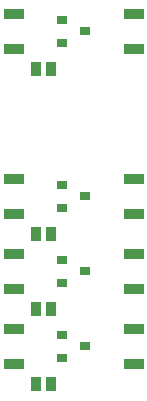
<source format=gtp>
G04 #@! TF.FileFunction,Paste,Top*
%FSLAX46Y46*%
G04 Gerber Fmt 4.6, Leading zero omitted, Abs format (unit mm)*
G04 Created by KiCad (PCBNEW 4.0.4-stable) date 01/08/18 17:18:11*
%MOMM*%
%LPD*%
G01*
G04 APERTURE LIST*
%ADD10C,0.250000*%
%ADD11R,0.900000X0.800000*%
%ADD12R,1.700000X0.900000*%
%ADD13R,0.970000X1.270000*%
G04 APERTURE END LIST*
D10*
D11*
X106950000Y-100650000D03*
X106950000Y-102550000D03*
X108950000Y-101600000D03*
X106950000Y-94300000D03*
X106950000Y-96200000D03*
X108950000Y-95250000D03*
X106950000Y-87950000D03*
X106950000Y-89850000D03*
X108950000Y-88900000D03*
X106950000Y-73980000D03*
X106950000Y-75880000D03*
X108950000Y-74930000D03*
D12*
X102870000Y-100150000D03*
X102870000Y-103050000D03*
X102870000Y-93800000D03*
X102870000Y-96700000D03*
X102870000Y-87450000D03*
X102870000Y-90350000D03*
X102870000Y-73480000D03*
X102870000Y-76380000D03*
X113030000Y-100150000D03*
X113030000Y-103050000D03*
X113030000Y-93800000D03*
X113030000Y-96700000D03*
X113030000Y-87450000D03*
X113030000Y-90350000D03*
X113030000Y-73480000D03*
X113030000Y-76380000D03*
D13*
X104770000Y-98425000D03*
X106050000Y-98425000D03*
X104770000Y-92075000D03*
X106050000Y-92075000D03*
X104770000Y-104775000D03*
X106050000Y-104775000D03*
X104770000Y-78105000D03*
X106050000Y-78105000D03*
M02*

</source>
